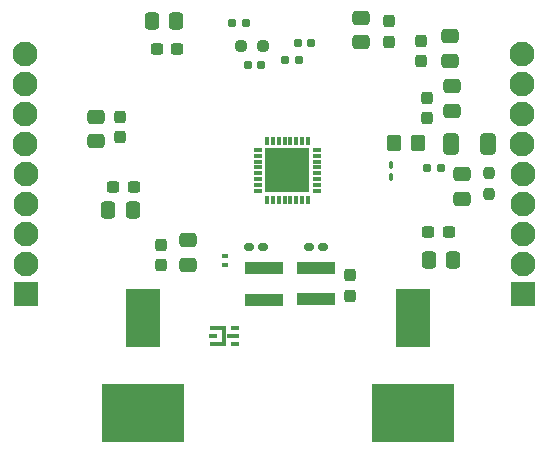
<source format=gbr>
%TF.GenerationSoftware,KiCad,Pcbnew,(6.0.9)*%
%TF.CreationDate,2023-11-09T09:33:38+01:00*%
%TF.ProjectId,LO_daughter,4c4f5f64-6175-4676-9874-65722e6b6963,rev?*%
%TF.SameCoordinates,Original*%
%TF.FileFunction,Soldermask,Top*%
%TF.FilePolarity,Negative*%
%FSLAX46Y46*%
G04 Gerber Fmt 4.6, Leading zero omitted, Abs format (unit mm)*
G04 Created by KiCad (PCBNEW (6.0.9)) date 2023-11-09 09:33:38*
%MOMM*%
%LPD*%
G01*
G04 APERTURE LIST*
G04 Aperture macros list*
%AMRoundRect*
0 Rectangle with rounded corners*
0 $1 Rounding radius*
0 $2 $3 $4 $5 $6 $7 $8 $9 X,Y pos of 4 corners*
0 Add a 4 corners polygon primitive as box body*
4,1,4,$2,$3,$4,$5,$6,$7,$8,$9,$2,$3,0*
0 Add four circle primitives for the rounded corners*
1,1,$1+$1,$2,$3*
1,1,$1+$1,$4,$5*
1,1,$1+$1,$6,$7*
1,1,$1+$1,$8,$9*
0 Add four rect primitives between the rounded corners*
20,1,$1+$1,$2,$3,$4,$5,0*
20,1,$1+$1,$4,$5,$6,$7,0*
20,1,$1+$1,$6,$7,$8,$9,0*
20,1,$1+$1,$8,$9,$2,$3,0*%
G04 Aperture macros list end*
%ADD10RoundRect,0.237500X-0.237500X0.250000X-0.237500X-0.250000X0.237500X-0.250000X0.237500X0.250000X0*%
%ADD11R,1.065000X0.360000*%
%ADD12R,0.710000X0.360000*%
%ADD13R,0.410000X1.780000*%
%ADD14RoundRect,0.237500X-0.237500X0.300000X-0.237500X-0.300000X0.237500X-0.300000X0.237500X0.300000X0*%
%ADD15R,3.180000X1.040000*%
%ADD16RoundRect,0.250000X0.337500X0.475000X-0.337500X0.475000X-0.337500X-0.475000X0.337500X-0.475000X0*%
%ADD17RoundRect,0.100000X0.100000X-0.217500X0.100000X0.217500X-0.100000X0.217500X-0.100000X-0.217500X0*%
%ADD18RoundRect,0.250000X-0.337500X-0.475000X0.337500X-0.475000X0.337500X0.475000X-0.337500X0.475000X0*%
%ADD19R,3.000000X5.000000*%
%ADD20R,7.000000X5.000000*%
%ADD21RoundRect,0.160000X0.222500X0.160000X-0.222500X0.160000X-0.222500X-0.160000X0.222500X-0.160000X0*%
%ADD22RoundRect,0.250000X-0.475000X0.337500X-0.475000X-0.337500X0.475000X-0.337500X0.475000X0.337500X0*%
%ADD23RoundRect,0.237500X-0.300000X-0.237500X0.300000X-0.237500X0.300000X0.237500X-0.300000X0.237500X0*%
%ADD24RoundRect,0.237500X-0.250000X-0.237500X0.250000X-0.237500X0.250000X0.237500X-0.250000X0.237500X0*%
%ADD25R,0.500000X0.400000*%
%ADD26RoundRect,0.250000X-0.412500X-0.650000X0.412500X-0.650000X0.412500X0.650000X-0.412500X0.650000X0*%
%ADD27RoundRect,0.160000X-0.222500X-0.160000X0.222500X-0.160000X0.222500X0.160000X-0.222500X0.160000X0*%
%ADD28RoundRect,0.160000X0.197500X0.160000X-0.197500X0.160000X-0.197500X-0.160000X0.197500X-0.160000X0*%
%ADD29RoundRect,0.237500X0.300000X0.237500X-0.300000X0.237500X-0.300000X-0.237500X0.300000X-0.237500X0*%
%ADD30R,2.100000X2.100000*%
%ADD31C,2.100000*%
%ADD32RoundRect,0.155000X-0.212500X-0.155000X0.212500X-0.155000X0.212500X0.155000X-0.212500X0.155000X0*%
%ADD33RoundRect,0.155000X0.212500X0.155000X-0.212500X0.155000X-0.212500X-0.155000X0.212500X-0.155000X0*%
%ADD34R,0.800000X0.300000*%
%ADD35R,0.300000X0.800000*%
%ADD36R,3.750000X3.750000*%
%ADD37RoundRect,0.250000X0.475000X-0.337500X0.475000X0.337500X-0.475000X0.337500X-0.475000X-0.337500X0*%
%ADD38RoundRect,0.250000X0.350000X0.450000X-0.350000X0.450000X-0.350000X-0.450000X0.350000X-0.450000X0*%
%ADD39RoundRect,0.237500X0.237500X-0.300000X0.237500X0.300000X-0.237500X0.300000X-0.237500X-0.300000X0*%
G04 APERTURE END LIST*
D10*
%TO.C,R3*%
X170810000Y-69367500D03*
X170810000Y-71192500D03*
%TD*%
D11*
%TO.C,U2*%
X147683000Y-83880000D03*
D12*
X147505000Y-83170000D03*
D11*
X147683000Y-82460000D03*
D12*
X149335000Y-82460000D03*
D11*
X149157000Y-83170000D03*
D12*
X149335000Y-83880000D03*
D13*
X148420000Y-83170000D03*
%TD*%
D14*
%TO.C,C4*%
X139577500Y-64600000D03*
X139577500Y-66325000D03*
%TD*%
D15*
%TO.C,C26*%
X156200000Y-77390000D03*
X156200000Y-80070000D03*
%TD*%
D16*
%TO.C,C2*%
X140650000Y-72480000D03*
X138575000Y-72480000D03*
%TD*%
D17*
%TO.C,C24*%
X162520000Y-69735000D03*
X162520000Y-68720000D03*
%TD*%
D18*
%TO.C,C13*%
X142272500Y-56540000D03*
X144347500Y-56540000D03*
%TD*%
D19*
%TO.C,J3*%
X141505000Y-81670000D03*
D20*
X141505000Y-89670000D03*
%TD*%
D15*
%TO.C,C25*%
X151740000Y-77410000D03*
X151740000Y-80090000D03*
%TD*%
D18*
%TO.C,C11*%
X165732500Y-76720000D03*
X167807500Y-76720000D03*
%TD*%
D21*
%TO.C,L1*%
X151682500Y-75620000D03*
X150537500Y-75620000D03*
%TD*%
D22*
%TO.C,C3*%
X145380000Y-75062500D03*
X145380000Y-77137500D03*
%TD*%
D23*
%TO.C,C14*%
X142687500Y-58850000D03*
X144412500Y-58850000D03*
%TD*%
D24*
%TO.C,R1*%
X149837500Y-58610000D03*
X151662500Y-58610000D03*
%TD*%
D22*
%TO.C,C1*%
X137537500Y-64595000D03*
X137537500Y-66670000D03*
%TD*%
D14*
%TO.C,C6*%
X143030000Y-75475000D03*
X143030000Y-77200000D03*
%TD*%
D25*
%TO.C,FB1*%
X148440000Y-77170000D03*
X148440000Y-76370000D03*
%TD*%
D26*
%TO.C,C21*%
X167647500Y-66960000D03*
X170772500Y-66960000D03*
%TD*%
D27*
%TO.C,L2*%
X155607500Y-75650000D03*
X156752500Y-75650000D03*
%TD*%
D28*
%TO.C,R4*%
X166777500Y-68970000D03*
X165582500Y-68970000D03*
%TD*%
D29*
%TO.C,C5*%
X140745000Y-70520000D03*
X139020000Y-70520000D03*
%TD*%
D14*
%TO.C,C19*%
X165590000Y-62997500D03*
X165590000Y-64722500D03*
%TD*%
D22*
%TO.C,C16*%
X160020000Y-56252500D03*
X160020000Y-58327500D03*
%TD*%
D14*
%TO.C,C20*%
X159100000Y-78037500D03*
X159100000Y-79762500D03*
%TD*%
D30*
%TO.C,J2*%
X173690000Y-79587500D03*
D31*
X173690000Y-77047500D03*
X173690000Y-74507500D03*
X173690000Y-71967500D03*
X173690000Y-69427500D03*
X173665000Y-66887500D03*
X173665000Y-64347500D03*
X173665000Y-61807500D03*
X173665000Y-59262500D03*
%TD*%
D19*
%TO.C,J4*%
X164365000Y-81670000D03*
D20*
X164365000Y-89670000D03*
%TD*%
D23*
%TO.C,C12*%
X165687500Y-74390000D03*
X167412500Y-74390000D03*
%TD*%
D32*
%TO.C,C7*%
X149082500Y-56690000D03*
X150217500Y-56690000D03*
%TD*%
D33*
%TO.C,C8*%
X155777500Y-58400000D03*
X154642500Y-58400000D03*
%TD*%
D34*
%TO.C,U1*%
X151270000Y-67410000D03*
X151270000Y-67910000D03*
X151270000Y-68410000D03*
X151270000Y-68910000D03*
X151270000Y-69410000D03*
X151270000Y-69910000D03*
X151270000Y-70410000D03*
X151270000Y-70910000D03*
D35*
X152020000Y-71660000D03*
X152520000Y-71660000D03*
X153020000Y-71660000D03*
X153520000Y-71660000D03*
X154020000Y-71660000D03*
X154520000Y-71660000D03*
X155020000Y-71660000D03*
X155520000Y-71660000D03*
D34*
X156270000Y-70910000D03*
X156270000Y-70410000D03*
X156270000Y-69910000D03*
X156270000Y-69410000D03*
X156270000Y-68910000D03*
X156270000Y-68410000D03*
X156270000Y-67910000D03*
X156270000Y-67410000D03*
D35*
X155520000Y-66660000D03*
X155020000Y-66660000D03*
X154520000Y-66660000D03*
X154020000Y-66660000D03*
X153520000Y-66660000D03*
X153020000Y-66660000D03*
X152520000Y-66660000D03*
X152020000Y-66660000D03*
D36*
X153770000Y-69160000D03*
%TD*%
D32*
%TO.C,C10*%
X153582500Y-59830000D03*
X154717500Y-59830000D03*
%TD*%
D37*
%TO.C,C22*%
X167540000Y-59857500D03*
X167540000Y-57782500D03*
%TD*%
D14*
%TO.C,C18*%
X162350000Y-56537500D03*
X162350000Y-58262500D03*
%TD*%
D22*
%TO.C,C17*%
X168580000Y-69482500D03*
X168580000Y-71557500D03*
%TD*%
%TO.C,C15*%
X167730000Y-62042500D03*
X167730000Y-64117500D03*
%TD*%
D38*
%TO.C,R2*%
X164780000Y-66870000D03*
X162780000Y-66870000D03*
%TD*%
D30*
%TO.C,J1*%
X131610000Y-79587500D03*
D31*
X131610000Y-77047500D03*
X131610000Y-74507500D03*
X131610000Y-71967500D03*
X131610000Y-69427500D03*
X131585000Y-66887500D03*
X131585000Y-64347500D03*
X131585000Y-61807500D03*
X131585000Y-59262500D03*
%TD*%
D39*
%TO.C,C23*%
X165112500Y-59892500D03*
X165112500Y-58167500D03*
%TD*%
D32*
%TO.C,C9*%
X150392500Y-60260000D03*
X151527500Y-60260000D03*
%TD*%
M02*

</source>
